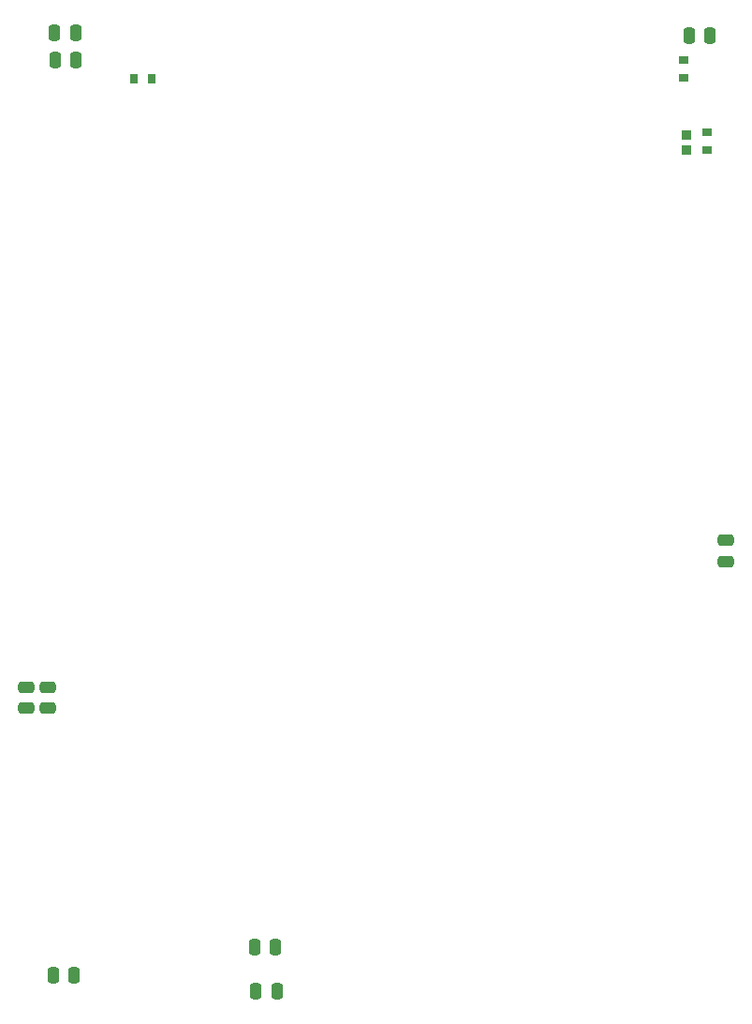
<source format=gbr>
%TF.GenerationSoftware,KiCad,Pcbnew,9.0.7*%
%TF.CreationDate,2026-02-25T22:32:00-06:00*%
%TF.ProjectId,circle_of_life,63697263-6c65-45f6-9f66-5f6c6966652e,rev?*%
%TF.SameCoordinates,Original*%
%TF.FileFunction,Paste,Bot*%
%TF.FilePolarity,Positive*%
%FSLAX46Y46*%
G04 Gerber Fmt 4.6, Leading zero omitted, Abs format (unit mm)*
G04 Created by KiCad (PCBNEW 9.0.7) date 2026-02-25 22:32:00*
%MOMM*%
%LPD*%
G01*
G04 APERTURE LIST*
G04 Aperture macros list*
%AMRoundRect*
0 Rectangle with rounded corners*
0 $1 Rounding radius*
0 $2 $3 $4 $5 $6 $7 $8 $9 X,Y pos of 4 corners*
0 Add a 4 corners polygon primitive as box body*
4,1,4,$2,$3,$4,$5,$6,$7,$8,$9,$2,$3,0*
0 Add four circle primitives for the rounded corners*
1,1,$1+$1,$2,$3*
1,1,$1+$1,$4,$5*
1,1,$1+$1,$6,$7*
1,1,$1+$1,$8,$9*
0 Add four rect primitives between the rounded corners*
20,1,$1+$1,$2,$3,$4,$5,0*
20,1,$1+$1,$4,$5,$6,$7,0*
20,1,$1+$1,$6,$7,$8,$9,0*
20,1,$1+$1,$8,$9,$2,$3,0*%
G04 Aperture macros list end*
%ADD10R,0.950000X0.800000*%
%ADD11RoundRect,0.250000X-0.250000X-0.475000X0.250000X-0.475000X0.250000X0.475000X-0.250000X0.475000X0*%
%ADD12RoundRect,0.250000X0.475000X-0.250000X0.475000X0.250000X-0.475000X0.250000X-0.475000X-0.250000X0*%
%ADD13R,0.940000X0.810000*%
%ADD14RoundRect,0.250000X0.250000X0.475000X-0.250000X0.475000X-0.250000X-0.475000X0.250000X-0.475000X0*%
%ADD15R,0.800000X0.950000*%
%ADD16RoundRect,0.250000X-0.475000X0.250000X-0.475000X-0.250000X0.475000X-0.250000X0.475000X0.250000X0*%
G04 APERTURE END LIST*
D10*
%TO.C,R17*%
X150600000Y-113310000D03*
X150600000Y-111710000D03*
%TD*%
D11*
%TO.C,C34*%
X93700000Y-109220000D03*
X95600000Y-109220000D03*
%TD*%
D12*
%TO.C,C16*%
X154400000Y-156980000D03*
X154400000Y-155080000D03*
%TD*%
D13*
%TO.C,C22*%
X150800000Y-119800000D03*
X150800000Y-118460000D03*
%TD*%
D11*
%TO.C,C35*%
X93740000Y-111700000D03*
X95640000Y-111700000D03*
%TD*%
D14*
%TO.C,C25*%
X152935796Y-109510000D03*
X151035796Y-109510000D03*
%TD*%
D10*
%TO.C,R16*%
X152700000Y-118200000D03*
X152700000Y-119800000D03*
%TD*%
D14*
%TO.C,C32*%
X113780000Y-195800000D03*
X111880000Y-195800000D03*
%TD*%
D15*
%TO.C,R2*%
X100880000Y-113400000D03*
X102480000Y-113400000D03*
%TD*%
D14*
%TO.C,C14*%
X95450000Y-194300000D03*
X93550000Y-194300000D03*
%TD*%
D16*
%TO.C,C30*%
X93100000Y-168320000D03*
X93100000Y-170220000D03*
%TD*%
%TO.C,C31*%
X91100000Y-168320000D03*
X91100000Y-170220000D03*
%TD*%
D14*
%TO.C,C33*%
X113660000Y-191800000D03*
X111760000Y-191800000D03*
%TD*%
M02*

</source>
